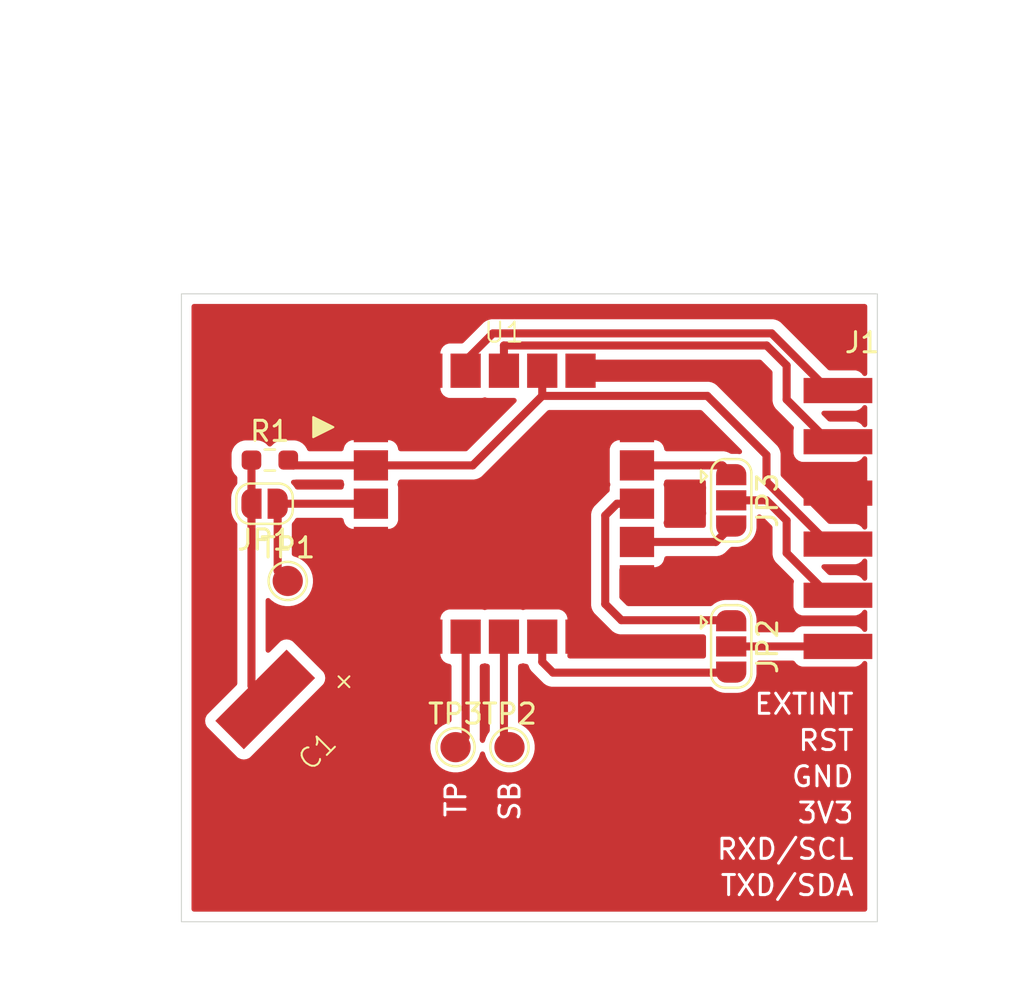
<source format=kicad_pcb>
(kicad_pcb (version 20241229) (generator "pcbnew") (generator_version "9.0")
  (layers (0 "F.Cu" signal) (2 "B.Cu" signal) (13 "F.Paste" user) (15 "B.Paste" user) (5 "F.SilkS" user "F.Silkscreen") (7 "B.SilkS" user "B.Silkscreen") (1 "F.Mask" user) (3 "B.Mask" user) (25 "Edge.Cuts" user))
  (net 0 "")
  (net 1 "GND")
  (net 2 "Net-(JP1-B)")
  (net 3 "/RESET_N")
  (net 4 "/SCL")
  (net 5 "/EXTINT")
  (net 6 "+3V3")
  (net 7 "/RXD")
  (net 8 "/TIMEPULSE")
  (net 9 "/SDA")
  (net 10 "/SAFEBOOT_N")
  (net 11 "/TXD")
  (net 12 "+BACKUP")
  (net 13 "/RXD{slash}SCL")
  (net 14 "/TXD{slash}SDA")
  (footprint "TestPoint:TestPoint_Pad_D1.5mm" (layer "F.Cu") (at 143.825 107.25)
    (property "Reference" "TP3" (at 0 -1.648 0) (layer "F.SilkS"))
    (property "Value" "TestPoint")
    (fp_circle (center 0 0) (end 0 0.95) (stroke (width 0.12)) (fill no) (layer "F.SilkS"))
    (pad "1" smd circle (at 0 0) (size 1.5 1.5) (layers "F.Cu" "F.Mask") (net 8 "/TIMEPULSE"))
  )
  (footprint "TestPoint:TestPoint_Pad_D1.5mm" (layer "F.Cu") (at 146.5 107.25)
    (property "Reference" "TP2" (at 0 -1.648 0) (layer "F.SilkS"))
    (property "Value" "TestPoint")
    (fp_circle (center 0 0) (end 0 0.95) (stroke (width 0.12)) (fill no) (layer "F.SilkS"))
    (pad "1" smd circle (at 0 0) (size 1.5 1.5) (layers "F.Cu" "F.Mask") (net 10 "/SAFEBOOT_N"))
  )
  (footprint "Jumper:SolderJumper-3_P1.3mm_Open_RoundedPad1.0x1.5mm" (layer "F.Cu") (at 157.5 102.25 -90)
    (property "Reference" "JP2" (at 0 -1.8 90) (layer "F.SilkS"))
    (property "Value" "SolderJumper_3_Open")
    (fp_line (start -1.5 1.5) (end -0.9 1.5) (stroke (width 0.12)) (layer "F.SilkS"))
    (fp_line (start -1.2 1.2) (end -1.5 1.5) (stroke (width 0.12)) (layer "F.SilkS"))
    (fp_line (start -1.2 1.2) (end -0.9 1.5) (stroke (width 0.12)) (layer "F.SilkS"))
    (fp_line (start 1.4 1) (end -1.4 1) (stroke (width 0.12)) (layer "F.SilkS"))
    (fp_line (start -2.05 0.3) (end -2.05 -0.3) (stroke (width 0.12)) (layer "F.SilkS"))
    (fp_line (start 2.05 -0.3) (end 2.05 0.3) (stroke (width 0.12)) (layer "F.SilkS"))
    (fp_line (start -1.4 -1) (end 1.4 -1) (stroke (width 0.12)) (layer "F.SilkS"))
    (fp_arc (start -1.35 1) (mid -1.844975 0.794975) (end -2.05 0.3) (stroke (width 0.12)) (layer "F.SilkS"))
    (fp_arc (start 2.05 0.3) (mid 1.844975 0.794975) (end 1.35 1) (stroke (width 0.12)) (layer "F.SilkS"))
    (fp_arc (start -2.05 -0.3) (mid -1.844975 -0.794975) (end -1.35 -1) (stroke (width 0.12)) (layer "F.SilkS"))
    (fp_arc (start 1.35 -1) (mid 1.844975 -0.794975) (end 2.05 -0.3) (stroke (width 0.12)) (layer "F.SilkS"))
    (pad "1" smd custom (at -1.3 0 270) (size 1 0.5) (layers "F.Cu" "F.Mask") (net 11 "/TXD") (options (clearance outline) (anchor rect)) (primitives (gr_circle (center 0 0.25) (end 0.5 0.25) (width 0) (fill yes)) (gr_circle (center 0 -0.25) (end 0.5 -0.25) (width 0) (fill yes)) (gr_poly (pts (xy 0.55 0.75) (xy 0 0.75) (xy 0 -0.75) (xy 0.55 -0.75)) (width 0) (fill yes))))
    (pad "2" smd rect (at 0 0 270) (size 1 1.5) (layers "F.Cu" "F.Mask") (net 14 "/TXD{slash}SDA"))
    (pad "3" smd custom (at 1.3 0 270) (size 1 0.5) (layers "F.Cu" "F.Mask") (net 9 "/SDA") (options (clearance outline) (anchor rect)) (primitives (gr_circle (center 0 0.25) (end 0.5 0.25) (width 0) (fill yes)) (gr_circle (center 0 -0.25) (end 0.5 -0.25) (width 0) (fill yes)) (gr_poly (pts (xy 0 0.75) (xy -0.55 0.75) (xy -0.55 -0.75) (xy 0 -0.75)) (width 0) (fill yes))))
  )
  (footprint "TestPoint:TestPoint_Pad_D1.5mm" (layer "F.Cu") (at 135.5 99)
    (property "Reference" "TP1" (at 0 -1.648 0) (layer "F.SilkS"))
    (property "Value" "TestPoint")
    (fp_circle (center 0 0) (end 0 0.95) (stroke (width 0.12)) (fill no) (layer "F.SilkS"))
    (pad "1" smd circle (at 0 0) (size 1.5 1.5) (layers "F.Cu" "F.Mask") (net 12 "+BACKUP"))
  )
  (footprint "_footprints:JST_XH_1x06_P2.54mm_Horizontal" (layer "F.Cu") (at 164 95.9)
    (property "Reference" "J1" (at 0 -8.73 0) (layer "F.SilkS"))
    (property "Value" "Conn_01x06_Pin")
    (pad "1" smd rect (at -1.205 -6.35) (size 3.41 1.25) (layers "F.Cu" "F.Mask" "F.Paste") (net 5 "/EXTINT"))
    (pad "2" smd rect (at -1.205 -3.81) (size 3.41 1.25) (layers "F.Cu" "F.Mask" "F.Paste") (net 3 "/RESET_N"))
    (pad "3" smd rect (at -1.205 -1.26) (size 3.41 1.25) (layers "F.Cu" "F.Mask" "F.Paste") (net 1 "GND"))
    (pad "4" smd rect (at -1.205 1.27) (size 3.41 1.25) (layers "F.Cu" "F.Mask" "F.Paste") (net 6 "+3V3"))
    (pad "5" smd rect (at -1.205 3.81) (size 3.41 1.25) (layers "F.Cu" "F.Mask" "F.Paste") (net 13 "/RXD{slash}SCL"))
    (pad "6" smd rect (at -1.205 6.35) (size 3.41 1.25) (layers "F.Cu" "F.Mask" "F.Paste") (net 14 "/TXD{slash}SDA"))
  )
  (footprint "Jumper:SolderJumper-3_P1.3mm_Open_RoundedPad1.0x1.5mm" (layer "F.Cu") (at 157.5 95 -90)
    (property "Reference" "JP3" (at 0 -1.8 90) (layer "F.SilkS"))
    (property "Value" "SolderJumper_3_Open")
    (fp_line (start -1.5 1.5) (end -0.9 1.5) (stroke (width 0.12)) (layer "F.SilkS"))
    (fp_line (start -1.2 1.2) (end -1.5 1.5) (stroke (width 0.12)) (layer "F.SilkS"))
    (fp_line (start -1.2 1.2) (end -0.9 1.5) (stroke (width 0.12)) (layer "F.SilkS"))
    (fp_line (start 1.4 1) (end -1.4 1) (stroke (width 0.12)) (layer "F.SilkS"))
    (fp_line (start -2.05 0.3) (end -2.05 -0.3) (stroke (width 0.12)) (layer "F.SilkS"))
    (fp_line (start 2.05 -0.3) (end 2.05 0.3) (stroke (width 0.12)) (layer "F.SilkS"))
    (fp_line (start -1.4 -1) (end 1.4 -1) (stroke (width 0.12)) (layer "F.SilkS"))
    (fp_arc (start -1.35 1) (mid -1.844975 0.794975) (end -2.05 0.3) (stroke (width 0.12)) (layer "F.SilkS"))
    (fp_arc (start 2.05 0.3) (mid 1.844975 0.794975) (end 1.35 1) (stroke (width 0.12)) (layer "F.SilkS"))
    (fp_arc (start -2.05 -0.3) (mid -1.844975 -0.794975) (end -1.35 -1) (stroke (width 0.12)) (layer "F.SilkS"))
    (fp_arc (start 1.35 -1) (mid 1.844975 -0.794975) (end 2.05 -0.3) (stroke (width 0.12)) (layer "F.SilkS"))
    (pad "1" smd custom (at -1.3 0 270) (size 1 0.5) (layers "F.Cu" "F.Mask") (net 7 "/RXD") (options (clearance outline) (anchor rect)) (primitives (gr_circle (center 0 0.25) (end 0.5 0.25) (width 0) (fill yes)) (gr_circle (center 0 -0.25) (end 0.5 -0.25) (width 0) (fill yes)) (gr_poly (pts (xy 0.55 0.75) (xy 0 0.75) (xy 0 -0.75) (xy 0.55 -0.75)) (width 0) (fill yes))))
    (pad "2" smd rect (at 0 0 270) (size 1 1.5) (layers "F.Cu" "F.Mask") (net 13 "/RXD{slash}SCL"))
    (pad "3" smd custom (at 1.3 0 270) (size 1 0.5) (layers "F.Cu" "F.Mask") (net 4 "/SCL") (options (clearance outline) (anchor rect)) (primitives (gr_circle (center 0 0.25) (end 0.5 0.25) (width 0) (fill yes)) (gr_circle (center 0 -0.25) (end 0.5 -0.25) (width 0) (fill yes)) (gr_poly (pts (xy 0 0.75) (xy -0.55 0.75) (xy -0.55 -0.75) (xy 0 -0.75)) (width 0) (fill yes))))
  )
  (footprint "_footprints:CP_CSK-334" (layer "F.Cu") (at 137.315507 107.815507 45)
    (property "Reference" "C1" (at 0 -0.499999 45) (layer "F.SilkS") (effects (font (thickness 0.1))))
    (property "Value" "CSK-614 330mF")
    (fp_text user "+" (at 2.7 -1.5 45) (layer "F.SilkS") (effects (font (thickness 0.1)) (justify left bottom)))
    (pad "1" smd rect (at 0 -4.15 45) (size 5 2) (layers "F.Cu" "F.Mask" "F.Paste") (net 2 "Net-(JP1-B)"))
    (pad "2" smd rect (at 0 4.15 45) (size 4 1.7) (layers "F.Cu" "F.Mask" "F.Paste") (net 1 "GND"))
  )
  (footprint "_footprints:SAM-M10Q" (layer "F.Cu") (at 146.225 95.165)
    (property "Reference" "U1" (at 0 -8.5 0) (layer "F.SilkS") (effects (font (thickness 0.1))))
    (property "Value" "SAM-M10Q")
    (fp_poly (pts (xy -8.462328 -3.8) (xy -9.462328 -3.3) (xy -9.462328 -4.3)) (stroke (width 0.1)) (fill yes) (layer "F.SilkS"))
    (pad "1" smd rect (at -6.6 -3.8 270) (size 1.5 1.7) (layers "F.Cu" "F.Mask" "F.Paste") (net 1 "GND"))
    (pad "2" smd rect (at -6.6 -1.9 270) (size 1.5 1.7) (layers "F.Cu" "F.Mask" "F.Paste") (net 6 "+3V3"))
    (pad "3" smd rect (at -6.6 0 270) (size 1.5 1.7) (layers "F.Cu" "F.Mask" "F.Paste") (net 12 "+BACKUP"))
    (pad "4" smd rect (at -6.6 1.9 270) (size 1.5 1.7) (layers "F.Cu" "F.Mask" "F.Paste") (net 1 "GND"))
    (pad "5" smd rect (at -6.6 3.8 270) (size 1.5 1.7) (layers "F.Cu" "F.Mask" "F.Paste") (net 1 "GND"))
    (pad "6" smd rect (at -3.8 6.6 180) (size 1.5 1.7) (layers "F.Cu" "F.Mask" "F.Paste") (net 1 "GND"))
    (pad "7" smd rect (at -1.9 6.6 180) (size 1.5 1.7) (layers "F.Cu" "F.Mask" "F.Paste") (net 8 "/TIMEPULSE"))
    (pad "8" smd rect (at 0 6.6 180) (size 1.5 1.7) (layers "F.Cu" "F.Mask" "F.Paste") (net 10 "/SAFEBOOT_N"))
    (pad "9" smd rect (at 1.9 6.6 180) (size 1.5 1.7) (layers "F.Cu" "F.Mask" "F.Paste") (net 9 "/SDA"))
    (pad "10" smd rect (at 3.8 6.6 180) (size 1.5 1.7) (layers "F.Cu" "F.Mask" "F.Paste") (net 1 "GND"))
    (pad "11" smd rect (at 6.6 3.8 270) (size 1.5 1.7) (layers "F.Cu" "F.Mask" "F.Paste") (net 1 "GND"))
    (pad "12" smd rect (at 6.6 1.9 270) (size 1.5 1.7) (layers "F.Cu" "F.Mask" "F.Paste") (net 4 "/SCL"))
    (pad "13" smd rect (at 6.6 0 270) (size 1.5 1.7) (layers "F.Cu" "F.Mask" "F.Paste") (net 11 "/TXD"))
    (pad "14" smd rect (at 6.6 -1.9 270) (size 1.5 1.7) (layers "F.Cu" "F.Mask" "F.Paste") (net 7 "/RXD"))
    (pad "15" smd rect (at 6.6 -3.8 270) (size 1.5 1.7) (layers "F.Cu" "F.Mask" "F.Paste") (net 1 "GND"))
    (pad "16" smd rect (at 3.8 -6.6 180) (size 1.5 1.7) (layers "F.Cu" "F.Mask" "F.Paste") (net 1 "GND"))
    (pad "17" smd rect (at 1.9 -6.6 180) (size 1.5 1.7) (layers "F.Cu" "F.Mask" "F.Paste") (net 6 "+3V3"))
    (pad "18" smd rect (at 0 -6.6 180) (size 1.5 1.7) (layers "F.Cu" "F.Mask" "F.Paste") (net 3 "/RESET_N"))
    (pad "19" smd rect (at -1.9 -6.6 180) (size 1.5 1.7) (layers "F.Cu" "F.Mask" "F.Paste") (net 5 "/EXTINT"))
    (pad "20" smd rect (at -3.8 -6.6 180) (size 1.5 1.7) (layers "F.Cu" "F.Mask" "F.Paste") (net 1 "GND"))
  )
  (footprint "Jumper:SolderJumper-2_P1.3mm_Open_RoundedPad1.0x1.5mm" (layer "F.Cu") (at 134.350001 95.165 180)
    (property "Reference" "JP1" (at 0 -1.8 0) (layer "F.SilkS"))
    (property "Value" "SolderJumper_2_Open")
    (fp_line (start 1.4 -0.300001) (end 1.4 0.300001) (stroke (width 0.12)) (layer "F.SilkS"))
    (fp_line (start 0.7 1) (end -0.7 1) (stroke (width 0.12)) (layer "F.SilkS"))
    (fp_line (start -0.7 -1) (end 0.7 -1) (stroke (width 0.12)) (layer "F.SilkS"))
    (fp_line (start -1.4 0.300001) (end -1.4 -0.300001) (stroke (width 0.12)) (layer "F.SilkS"))
    (fp_arc (start 1.4 0.300001) (mid 1.194975 0.794975) (end 0.7 1) (stroke (width 0.12)) (layer "F.SilkS"))
    (fp_arc (start 0.7 -1) (mid 1.194975 -0.794975) (end 1.4 -0.300001) (stroke (width 0.12)) (layer "F.SilkS"))
    (fp_arc (start -0.7 1) (mid -1.194975 0.794975) (end -1.4 0.300001) (stroke (width 0.12)) (layer "F.SilkS"))
    (fp_arc (start -1.4 -0.300001) (mid -1.194975 -0.794975) (end -0.7 -1) (stroke (width 0.12)) (layer "F.SilkS"))
    (pad "1" smd custom (at -0.649999 0 180) (size 1 0.5) (layers "F.Cu" "F.Mask") (net 12 "+BACKUP") (options (clearance outline) (anchor rect)) (primitives (gr_circle (center 0 0.25) (end 0.5 0.25) (width 0) (fill yes)) (gr_circle (center 0 -0.25) (end 0.5 -0.25) (width 0) (fill yes)) (gr_poly (pts (xy 0.5 0.75) (xy 0 0.75) (xy 0 -0.75) (xy 0.5 -0.75)) (width 0) (fill yes))))
    (pad "2" smd custom (at 0.649999 0 180) (size 1 0.5) (layers "F.Cu" "F.Mask") (net 2 "Net-(JP1-B)") (options (clearance outline) (anchor rect)) (primitives (gr_circle (center 0 0.25) (end 0.5 0.25) (width 0) (fill yes)) (gr_circle (center 0 -0.25) (end 0.5 -0.25) (width 0) (fill yes)) (gr_poly (pts (xy 0 0.75) (xy -0.5 0.75) (xy -0.5 -0.75) (xy 0 -0.75)) (width 0) (fill yes))))
  )
  (footprint "Resistor_SMD:R_0603_1608Metric_Pad0.98x0.95mm_HandSolder" (layer "F.Cu") (at 134.612502 93)
    (property "Reference" "R1" (at 0 -1.43 0) (layer "F.SilkS"))
    (property "Value" "1k")
    (fp_line (start -0.254724 -0.5225) (end 0.254724 -0.5225) (stroke (width 0.12)) (layer "F.SilkS"))
    (fp_line (start -0.254724 0.5225) (end 0.254724 0.5225) (stroke (width 0.12)) (layer "F.SilkS"))
    (pad "1" smd roundrect (at -0.9125 0) (size 0.975 0.95) (layers "F.Cu" "F.Mask" "F.Paste") (net 2 "Net-(JP1-B)"))
    (pad "2" smd roundrect (at 0.9125 0) (size 0.975 0.95) (layers "F.Cu" "F.Mask" "F.Paste") (net 6 "+3V3"))
  )
  (gr_rect (start 130.225 84.75) (end 164.75 115.915) (stroke (width 0.05)) (fill no) (layer "Edge.Cuts"))
  (gr_text "RXD/SCL" (at 156.702381 112.9 0) (layer "F.Cu" knockout) (effects (font (size 1 1)) (justify left bottom)))
  (gr_text "SB" (at 147.10175 111 90) (layer "F.Cu" knockout) (effects (font (size 1 1)) (justify left bottom)))
  (gr_text "TXD/SDA" (at 156.892857 114.7 0) (layer "F.Cu" knockout) (effects (font (size 1 1)) (justify left bottom)))
  (gr_text "EXTINT" (at 158.559524 105.7 0) (layer "F.Cu" knockout) (effects (font (size 1 1)) (justify left bottom)))
  (gr_text "3V3" (at 160.702381 111.1 0) (layer "F.Cu" knockout) (effects (font (size 1 1)) (justify left bottom)))
  (gr_text "TP" (at 144.42675 110.809524 90) (layer "F.Cu" knockout) (effects (font (size 1 1)) (justify left bottom)))
  (gr_text "GND" (at 160.416667 109.3 0) (layer "F.Cu" knockout) (effects (font (size 1 1)) (justify left bottom)))
  (gr_text "RST" (at 160.75 107.5 0) (layer "F.Cu" knockout) (effects (font (size 1 1)) (justify left bottom)))
  (segment (start 133.700002 95.165) (end 133.700002 104.200002) (width 0.4) (layer "F.Cu") (net 2))
  (segment (start 133.700002 95.165) (end 133.700002 93) (width 0.4) (layer "F.Cu") (net 2))
  (segment (start 133.700002 104.200002) (end 134.381014 104.881014) (width 0.4) (layer "F.Cu") (net 2))
  (segment (start 146.225 88.565) (end 146.225 87.315) (width 0.4) (layer "F.Cu") (net 3))
  (segment (start 160.25 89.995) (end 162.345 92.09) (width 0.4) (layer "F.Cu") (net 3))
  (segment (start 160.25 88.304942) (end 160.25 89.995) (width 0.4) (layer "F.Cu") (net 3))
  (segment (start 159.259058 87.314) (end 160.25 88.304942) (width 0.4) (layer "F.Cu") (net 3))
  (segment (start 146.225 87.315) (end 146.226 87.314) (width 0.4) (layer "F.Cu") (net 3))
  (segment (start 146.226 87.314) (end 159.259058 87.314) (width 0.4) (layer "F.Cu") (net 3))
  (segment (start 156.735 97.065) (end 157.5 96.3) (width 0.4) (layer "F.Cu") (net 4))
  (segment (start 152.825 97.065) (end 156.735 97.065) (width 0.4) (layer "F.Cu") (net 4))
  (segment (start 145.675 86.713) (end 159.508 86.713) (width 0.4) (layer "F.Cu") (net 5))
  (segment (start 159.508 86.713) (end 162.345 89.55) (width 0.4) (layer "F.Cu") (net 5))
  (segment (start 144.325 88.063) (end 145.675 86.713) (width 0.4) (layer "F.Cu") (net 5))
  (segment (start 144.325 88.565) (end 144.325 88.063) (width 0.4) (layer "F.Cu") (net 5))
  (segment (start 162.345 97.17) (end 162.345 97.013722) (width 0.4) (layer "F.Cu") (net 6))
  (segment (start 159.25 94.075) (end 162.345 97.17) (width 0.4) (layer "F.Cu") (net 6))
  (segment (start 144.675 93.265) (end 148.125 89.815) (width 0.4) (layer "F.Cu") (net 6))
  (segment (start 139.625 93.265) (end 135.790002 93.265) (width 0.4) (layer "F.Cu") (net 6))
  (segment (start 135.790002 93.265) (end 135.525002 93) (width 0.4) (layer "F.Cu") (net 6))
  (segment (start 148.125 89.815) (end 156.315 89.815) (width 0.4) (layer "F.Cu") (net 6))
  (segment (start 148.125 89.815) (end 148.125 88.565) (width 0.4) (layer "F.Cu") (net 6))
  (segment (start 139.625 93.265) (end 144.675 93.265) (width 0.4) (layer "F.Cu") (net 6))
  (segment (start 159.25 92.75) (end 159.25 94.075) (width 0.4) (layer "F.Cu") (net 6))
  (segment (start 156.315 89.815) (end 159.25 92.75) (width 0.4) (layer "F.Cu") (net 6))
  (segment (start 157.065 93.265) (end 157.5 93.7) (width 0.4) (layer "F.Cu") (net 7))
  (segment (start 152.825 93.265) (end 157.065 93.265) (width 0.4) (layer "F.Cu") (net 7))
  (segment (start 144.325 101.765) (end 144.325 106.75) (width 0.4) (layer "F.Cu") (net 8))
  (segment (start 144.325 106.75) (end 143.825 107.25) (width 0.4) (layer "F.Cu") (net 8))
  (segment (start 157.5 103.55) (end 148.66 103.55) (width 0.4) (layer "F.Cu") (net 9))
  (segment (start 148.125 103.015) (end 148.125 101.765) (width 0.4) (layer "F.Cu") (net 9))
  (segment (start 148.66 103.55) (end 148.125 103.015) (width 0.4) (layer "F.Cu") (net 9))
  (segment (start 146.225 101.765) (end 146.225 106.975) (width 0.4) (layer "F.Cu") (net 10))
  (segment (start 146.225 106.975) (end 146.5 107.25) (width 0.4) (layer "F.Cu") (net 10))
  (segment (start 151.835 95.165) (end 151.25 95.75) (width 0.4) (layer "F.Cu") (net 11))
  (segment (start 151.25 100.146) (end 152.054 100.95) (width 0.4) (layer "F.Cu") (net 11))
  (segment (start 152.825 95.165) (end 151.835 95.165) (width 0.4) (layer "F.Cu") (net 11))
  (segment (start 152.054 100.95) (end 157.5 100.95) (width 0.4) (layer "F.Cu") (net 11))
  (segment (start 151.25 95.75) (end 151.25 100.146) (width 0.4) (layer "F.Cu") (net 11))
  (segment (start 135 95.165) (end 139.625 95.165) (width 0.4) (layer "F.Cu") (net 12))
  (segment (start 135 95.165) (end 135 98.5) (width 0.4) (layer "F.Cu") (net 12))
  (segment (start 135 98.5) (end 135.5 99) (width 0.4) (layer "F.Cu") (net 12))
  (segment (start 160.25 97.615) (end 162.345 99.71) (width 0.4) (layer "F.Cu") (net 13))
  (segment (start 157.5 95) (end 159.25 95) (width 0.4) (layer "F.Cu") (net 13))
  (segment (start 159.25 95) (end 160.25 96) (width 0.4) (layer "F.Cu") (net 13))
  (segment (start 160.25 96) (end 160.25 97.615) (width 0.4) (layer "F.Cu") (net 13))
  (segment (start 157.5 102.25) (end 162.345 102.25) (width 0.4) (layer "F.Cu") (net 14))
  (zone (net 1) (net_name "GND") (layer "F.Cu") (name "GND") (connect_pads yes (clearance 0.5)) (min_thickness 0.25) (fill yes (thermal_gap 0.5) (thermal_bridge_width 0.5) (island_removal_mode 1) (island_area_min 10))
    (polygon (pts (xy 171.225 70.165) (xy 121.225 70.165) (xy 121.225 120.165) (xy 171.225 120.165)))
  )
)
</source>
